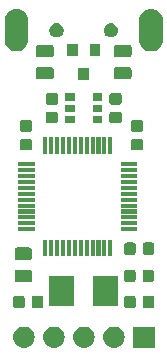
<source format=gbr>
G04 #@! TF.GenerationSoftware,KiCad,Pcbnew,5.0.2+dfsg1-1*
G04 #@! TF.CreationDate,2019-10-16T13:50:26+03:00*
G04 #@! TF.ProjectId,PocketAdmin,506f636b-6574-4416-946d-696e2e6b6963,1.2*
G04 #@! TF.SameCoordinates,PX7bfa480PY42c1d80*
G04 #@! TF.FileFunction,Soldermask,Bot*
G04 #@! TF.FilePolarity,Negative*
%FSLAX46Y46*%
G04 Gerber Fmt 4.6, Leading zero omitted, Abs format (unit mm)*
G04 Created by KiCad (PCBNEW 5.0.2+dfsg1-1) date Wed 16 Oct 2019 01:50:26 PM MSK*
%MOMM*%
%LPD*%
G01*
G04 APERTURE LIST*
%ADD10C,0.100000*%
G04 APERTURE END LIST*
D10*
G36*
X13500000Y-30000000D02*
X11700000Y-30000000D01*
X11700000Y-28200000D01*
X13500000Y-28200000D01*
X13500000Y-30000000D01*
X13500000Y-30000000D01*
G37*
G36*
X10236430Y-28213022D02*
X10406084Y-28264486D01*
X10562428Y-28348054D01*
X10699475Y-28460525D01*
X10811946Y-28597572D01*
X10895514Y-28753916D01*
X10946978Y-28923570D01*
X10964354Y-29100000D01*
X10946978Y-29276430D01*
X10895514Y-29446084D01*
X10811946Y-29602428D01*
X10699475Y-29739475D01*
X10562428Y-29851946D01*
X10406084Y-29935514D01*
X10236430Y-29986978D01*
X10104211Y-30000000D01*
X10015789Y-30000000D01*
X9883570Y-29986978D01*
X9713916Y-29935514D01*
X9557572Y-29851946D01*
X9420525Y-29739475D01*
X9308054Y-29602428D01*
X9224486Y-29446084D01*
X9173022Y-29276430D01*
X9155646Y-29100000D01*
X9173022Y-28923570D01*
X9224486Y-28753916D01*
X9308054Y-28597572D01*
X9420525Y-28460525D01*
X9557572Y-28348054D01*
X9713916Y-28264486D01*
X9883570Y-28213022D01*
X10015789Y-28200000D01*
X10104211Y-28200000D01*
X10236430Y-28213022D01*
X10236430Y-28213022D01*
G37*
G36*
X2616430Y-28213022D02*
X2786084Y-28264486D01*
X2942428Y-28348054D01*
X3079475Y-28460525D01*
X3191946Y-28597572D01*
X3275514Y-28753916D01*
X3326978Y-28923570D01*
X3344354Y-29100000D01*
X3326978Y-29276430D01*
X3275514Y-29446084D01*
X3191946Y-29602428D01*
X3079475Y-29739475D01*
X2942428Y-29851946D01*
X2786084Y-29935514D01*
X2616430Y-29986978D01*
X2484211Y-30000000D01*
X2395789Y-30000000D01*
X2263570Y-29986978D01*
X2093916Y-29935514D01*
X1937572Y-29851946D01*
X1800525Y-29739475D01*
X1688054Y-29602428D01*
X1604486Y-29446084D01*
X1553022Y-29276430D01*
X1535646Y-29100000D01*
X1553022Y-28923570D01*
X1604486Y-28753916D01*
X1688054Y-28597572D01*
X1800525Y-28460525D01*
X1937572Y-28348054D01*
X2093916Y-28264486D01*
X2263570Y-28213022D01*
X2395789Y-28200000D01*
X2484211Y-28200000D01*
X2616430Y-28213022D01*
X2616430Y-28213022D01*
G37*
G36*
X7696430Y-28213022D02*
X7866084Y-28264486D01*
X8022428Y-28348054D01*
X8159475Y-28460525D01*
X8271946Y-28597572D01*
X8355514Y-28753916D01*
X8406978Y-28923570D01*
X8424354Y-29100000D01*
X8406978Y-29276430D01*
X8355514Y-29446084D01*
X8271946Y-29602428D01*
X8159475Y-29739475D01*
X8022428Y-29851946D01*
X7866084Y-29935514D01*
X7696430Y-29986978D01*
X7564211Y-30000000D01*
X7475789Y-30000000D01*
X7343570Y-29986978D01*
X7173916Y-29935514D01*
X7017572Y-29851946D01*
X6880525Y-29739475D01*
X6768054Y-29602428D01*
X6684486Y-29446084D01*
X6633022Y-29276430D01*
X6615646Y-29100000D01*
X6633022Y-28923570D01*
X6684486Y-28753916D01*
X6768054Y-28597572D01*
X6880525Y-28460525D01*
X7017572Y-28348054D01*
X7173916Y-28264486D01*
X7343570Y-28213022D01*
X7475789Y-28200000D01*
X7564211Y-28200000D01*
X7696430Y-28213022D01*
X7696430Y-28213022D01*
G37*
G36*
X5156430Y-28213022D02*
X5326084Y-28264486D01*
X5482428Y-28348054D01*
X5619475Y-28460525D01*
X5731946Y-28597572D01*
X5815514Y-28753916D01*
X5866978Y-28923570D01*
X5884354Y-29100000D01*
X5866978Y-29276430D01*
X5815514Y-29446084D01*
X5731946Y-29602428D01*
X5619475Y-29739475D01*
X5482428Y-29851946D01*
X5326084Y-29935514D01*
X5156430Y-29986978D01*
X5024211Y-30000000D01*
X4935789Y-30000000D01*
X4803570Y-29986978D01*
X4633916Y-29935514D01*
X4477572Y-29851946D01*
X4340525Y-29739475D01*
X4228054Y-29602428D01*
X4144486Y-29446084D01*
X4093022Y-29276430D01*
X4075646Y-29100000D01*
X4093022Y-28923570D01*
X4144486Y-28753916D01*
X4228054Y-28597572D01*
X4340525Y-28460525D01*
X4477572Y-28348054D01*
X4633916Y-28264486D01*
X4803570Y-28213022D01*
X4935789Y-28200000D01*
X5024211Y-28200000D01*
X5156430Y-28213022D01*
X5156430Y-28213022D01*
G37*
G36*
X2331908Y-25579343D02*
X2371004Y-25591203D01*
X2407040Y-25610465D01*
X2438619Y-25636381D01*
X2464535Y-25667960D01*
X2483797Y-25703996D01*
X2495657Y-25743092D01*
X2500000Y-25787189D01*
X2500000Y-26412811D01*
X2495657Y-26456908D01*
X2483797Y-26496004D01*
X2464535Y-26532040D01*
X2438619Y-26563619D01*
X2407040Y-26589535D01*
X2371004Y-26608797D01*
X2331908Y-26620657D01*
X2287811Y-26625000D01*
X1737189Y-26625000D01*
X1693092Y-26620657D01*
X1653996Y-26608797D01*
X1617960Y-26589535D01*
X1586381Y-26563619D01*
X1560465Y-26532040D01*
X1541203Y-26496004D01*
X1529343Y-26456908D01*
X1525000Y-26412811D01*
X1525000Y-25787189D01*
X1529343Y-25743092D01*
X1541203Y-25703996D01*
X1560465Y-25667960D01*
X1586381Y-25636381D01*
X1617960Y-25610465D01*
X1653996Y-25591203D01*
X1693092Y-25579343D01*
X1737189Y-25575000D01*
X2287811Y-25575000D01*
X2331908Y-25579343D01*
X2331908Y-25579343D01*
G37*
G36*
X13306908Y-25579343D02*
X13346004Y-25591203D01*
X13382040Y-25610465D01*
X13413619Y-25636381D01*
X13439535Y-25667960D01*
X13458797Y-25703996D01*
X13470657Y-25743092D01*
X13475000Y-25787189D01*
X13475000Y-26412811D01*
X13470657Y-26456908D01*
X13458797Y-26496004D01*
X13439535Y-26532040D01*
X13413619Y-26563619D01*
X13382040Y-26589535D01*
X13346004Y-26608797D01*
X13306908Y-26620657D01*
X13262811Y-26625000D01*
X12712189Y-26625000D01*
X12668092Y-26620657D01*
X12628996Y-26608797D01*
X12592960Y-26589535D01*
X12561381Y-26563619D01*
X12535465Y-26532040D01*
X12516203Y-26496004D01*
X12504343Y-26456908D01*
X12500000Y-26412811D01*
X12500000Y-25787189D01*
X12504343Y-25743092D01*
X12516203Y-25703996D01*
X12535465Y-25667960D01*
X12561381Y-25636381D01*
X12592960Y-25610465D01*
X12628996Y-25591203D01*
X12668092Y-25579343D01*
X12712189Y-25575000D01*
X13262811Y-25575000D01*
X13306908Y-25579343D01*
X13306908Y-25579343D01*
G37*
G36*
X11731908Y-25579343D02*
X11771004Y-25591203D01*
X11807040Y-25610465D01*
X11838619Y-25636381D01*
X11864535Y-25667960D01*
X11883797Y-25703996D01*
X11895657Y-25743092D01*
X11900000Y-25787189D01*
X11900000Y-26412811D01*
X11895657Y-26456908D01*
X11883797Y-26496004D01*
X11864535Y-26532040D01*
X11838619Y-26563619D01*
X11807040Y-26589535D01*
X11771004Y-26608797D01*
X11731908Y-26620657D01*
X11687811Y-26625000D01*
X11137189Y-26625000D01*
X11093092Y-26620657D01*
X11053996Y-26608797D01*
X11017960Y-26589535D01*
X10986381Y-26563619D01*
X10960465Y-26532040D01*
X10941203Y-26496004D01*
X10929343Y-26456908D01*
X10925000Y-26412811D01*
X10925000Y-25787189D01*
X10929343Y-25743092D01*
X10941203Y-25703996D01*
X10960465Y-25667960D01*
X10986381Y-25636381D01*
X11017960Y-25610465D01*
X11053996Y-25591203D01*
X11093092Y-25579343D01*
X11137189Y-25575000D01*
X11687811Y-25575000D01*
X11731908Y-25579343D01*
X11731908Y-25579343D01*
G37*
G36*
X3906908Y-25579343D02*
X3946004Y-25591203D01*
X3982040Y-25610465D01*
X4013619Y-25636381D01*
X4039535Y-25667960D01*
X4058797Y-25703996D01*
X4070657Y-25743092D01*
X4075000Y-25787189D01*
X4075000Y-26412811D01*
X4070657Y-26456908D01*
X4058797Y-26496004D01*
X4039535Y-26532040D01*
X4013619Y-26563619D01*
X3982040Y-26589535D01*
X3946004Y-26608797D01*
X3906908Y-26620657D01*
X3862811Y-26625000D01*
X3312189Y-26625000D01*
X3268092Y-26620657D01*
X3228996Y-26608797D01*
X3192960Y-26589535D01*
X3161381Y-26563619D01*
X3135465Y-26532040D01*
X3116203Y-26496004D01*
X3104343Y-26456908D01*
X3100000Y-26412811D01*
X3100000Y-25787189D01*
X3104343Y-25743092D01*
X3116203Y-25703996D01*
X3135465Y-25667960D01*
X3161381Y-25636381D01*
X3192960Y-25610465D01*
X3228996Y-25591203D01*
X3268092Y-25579343D01*
X3312189Y-25575000D01*
X3862811Y-25575000D01*
X3906908Y-25579343D01*
X3906908Y-25579343D01*
G37*
G36*
X6700000Y-26450000D02*
X4600000Y-26450000D01*
X4600000Y-23950000D01*
X6700000Y-23950000D01*
X6700000Y-26450000D01*
X6700000Y-26450000D01*
G37*
G36*
X10400000Y-26450000D02*
X8300000Y-26450000D01*
X8300000Y-23950000D01*
X10400000Y-23950000D01*
X10400000Y-26450000D01*
X10400000Y-26450000D01*
G37*
G36*
X2951789Y-23377324D02*
X2995570Y-23390605D01*
X3035927Y-23412176D01*
X3071297Y-23441203D01*
X3100324Y-23476573D01*
X3121895Y-23516930D01*
X3135176Y-23560711D01*
X3140000Y-23609689D01*
X3140000Y-24210311D01*
X3135176Y-24259289D01*
X3121895Y-24303070D01*
X3100324Y-24343427D01*
X3071297Y-24378797D01*
X3035927Y-24407824D01*
X2995570Y-24429395D01*
X2951789Y-24442676D01*
X2902811Y-24447500D01*
X1877189Y-24447500D01*
X1828211Y-24442676D01*
X1784430Y-24429395D01*
X1744073Y-24407824D01*
X1708703Y-24378797D01*
X1679676Y-24343427D01*
X1658105Y-24303070D01*
X1644824Y-24259289D01*
X1640000Y-24210311D01*
X1640000Y-23609689D01*
X1644824Y-23560711D01*
X1658105Y-23516930D01*
X1679676Y-23476573D01*
X1708703Y-23441203D01*
X1744073Y-23412176D01*
X1784430Y-23390605D01*
X1828211Y-23377324D01*
X1877189Y-23372500D01*
X2902811Y-23372500D01*
X2951789Y-23377324D01*
X2951789Y-23377324D01*
G37*
G36*
X13294408Y-23379343D02*
X13333504Y-23391203D01*
X13369540Y-23410465D01*
X13401119Y-23436381D01*
X13427035Y-23467960D01*
X13446297Y-23503996D01*
X13458157Y-23543092D01*
X13462500Y-23587189D01*
X13462500Y-24212811D01*
X13458157Y-24256908D01*
X13446297Y-24296004D01*
X13427035Y-24332040D01*
X13401119Y-24363619D01*
X13369540Y-24389535D01*
X13333504Y-24408797D01*
X13294408Y-24420657D01*
X13250311Y-24425000D01*
X12699689Y-24425000D01*
X12655592Y-24420657D01*
X12616496Y-24408797D01*
X12580460Y-24389535D01*
X12548881Y-24363619D01*
X12522965Y-24332040D01*
X12503703Y-24296004D01*
X12491843Y-24256908D01*
X12487500Y-24212811D01*
X12487500Y-23587189D01*
X12491843Y-23543092D01*
X12503703Y-23503996D01*
X12522965Y-23467960D01*
X12548881Y-23436381D01*
X12580460Y-23410465D01*
X12616496Y-23391203D01*
X12655592Y-23379343D01*
X12699689Y-23375000D01*
X13250311Y-23375000D01*
X13294408Y-23379343D01*
X13294408Y-23379343D01*
G37*
G36*
X11719408Y-23379343D02*
X11758504Y-23391203D01*
X11794540Y-23410465D01*
X11826119Y-23436381D01*
X11852035Y-23467960D01*
X11871297Y-23503996D01*
X11883157Y-23543092D01*
X11887500Y-23587189D01*
X11887500Y-24212811D01*
X11883157Y-24256908D01*
X11871297Y-24296004D01*
X11852035Y-24332040D01*
X11826119Y-24363619D01*
X11794540Y-24389535D01*
X11758504Y-24408797D01*
X11719408Y-24420657D01*
X11675311Y-24425000D01*
X11124689Y-24425000D01*
X11080592Y-24420657D01*
X11041496Y-24408797D01*
X11005460Y-24389535D01*
X10973881Y-24363619D01*
X10947965Y-24332040D01*
X10928703Y-24296004D01*
X10916843Y-24256908D01*
X10912500Y-24212811D01*
X10912500Y-23587189D01*
X10916843Y-23543092D01*
X10928703Y-23503996D01*
X10947965Y-23467960D01*
X10973881Y-23436381D01*
X11005460Y-23410465D01*
X11041496Y-23391203D01*
X11080592Y-23379343D01*
X11124689Y-23375000D01*
X11675311Y-23375000D01*
X11719408Y-23379343D01*
X11719408Y-23379343D01*
G37*
G36*
X2951789Y-21502324D02*
X2995570Y-21515605D01*
X3035927Y-21537176D01*
X3071297Y-21566203D01*
X3100324Y-21601573D01*
X3121895Y-21641930D01*
X3135176Y-21685711D01*
X3140000Y-21734689D01*
X3140000Y-22335311D01*
X3135176Y-22384289D01*
X3121895Y-22428070D01*
X3100324Y-22468427D01*
X3071297Y-22503797D01*
X3035927Y-22532824D01*
X2995570Y-22554395D01*
X2951789Y-22567676D01*
X2902811Y-22572500D01*
X1877189Y-22572500D01*
X1828211Y-22567676D01*
X1784430Y-22554395D01*
X1744073Y-22532824D01*
X1708703Y-22503797D01*
X1679676Y-22468427D01*
X1658105Y-22428070D01*
X1644824Y-22384289D01*
X1640000Y-22335311D01*
X1640000Y-21734689D01*
X1644824Y-21685711D01*
X1658105Y-21641930D01*
X1679676Y-21601573D01*
X1708703Y-21566203D01*
X1744073Y-21537176D01*
X1784430Y-21515605D01*
X1828211Y-21502324D01*
X1877189Y-21497500D01*
X2902811Y-21497500D01*
X2951789Y-21502324D01*
X2951789Y-21502324D01*
G37*
G36*
X7925000Y-22250000D02*
X7575000Y-22250000D01*
X7575000Y-20850000D01*
X7925000Y-20850000D01*
X7925000Y-22250000D01*
X7925000Y-22250000D01*
G37*
G36*
X8425000Y-22250000D02*
X8075000Y-22250000D01*
X8075000Y-20850000D01*
X8425000Y-20850000D01*
X8425000Y-22250000D01*
X8425000Y-22250000D01*
G37*
G36*
X8925000Y-22250000D02*
X8575000Y-22250000D01*
X8575000Y-20850000D01*
X8925000Y-20850000D01*
X8925000Y-22250000D01*
X8925000Y-22250000D01*
G37*
G36*
X9425000Y-22250000D02*
X9075000Y-22250000D01*
X9075000Y-20850000D01*
X9425000Y-20850000D01*
X9425000Y-22250000D01*
X9425000Y-22250000D01*
G37*
G36*
X9925000Y-22250000D02*
X9575000Y-22250000D01*
X9575000Y-20850000D01*
X9925000Y-20850000D01*
X9925000Y-22250000D01*
X9925000Y-22250000D01*
G37*
G36*
X6925000Y-22250000D02*
X6575000Y-22250000D01*
X6575000Y-20850000D01*
X6925000Y-20850000D01*
X6925000Y-22250000D01*
X6925000Y-22250000D01*
G37*
G36*
X5925000Y-22250000D02*
X5575000Y-22250000D01*
X5575000Y-20850000D01*
X5925000Y-20850000D01*
X5925000Y-22250000D01*
X5925000Y-22250000D01*
G37*
G36*
X5425000Y-22250000D02*
X5075000Y-22250000D01*
X5075000Y-20850000D01*
X5425000Y-20850000D01*
X5425000Y-22250000D01*
X5425000Y-22250000D01*
G37*
G36*
X4925000Y-22250000D02*
X4575000Y-22250000D01*
X4575000Y-20850000D01*
X4925000Y-20850000D01*
X4925000Y-22250000D01*
X4925000Y-22250000D01*
G37*
G36*
X7425000Y-22250000D02*
X7075000Y-22250000D01*
X7075000Y-20850000D01*
X7425000Y-20850000D01*
X7425000Y-22250000D01*
X7425000Y-22250000D01*
G37*
G36*
X4425000Y-22250000D02*
X4075000Y-22250000D01*
X4075000Y-20850000D01*
X4425000Y-20850000D01*
X4425000Y-22250000D01*
X4425000Y-22250000D01*
G37*
G36*
X6425000Y-22250000D02*
X6075000Y-22250000D01*
X6075000Y-20850000D01*
X6425000Y-20850000D01*
X6425000Y-22250000D01*
X6425000Y-22250000D01*
G37*
G36*
X13306908Y-21079343D02*
X13346004Y-21091203D01*
X13382040Y-21110465D01*
X13413619Y-21136381D01*
X13439535Y-21167960D01*
X13458797Y-21203996D01*
X13470657Y-21243092D01*
X13475000Y-21287189D01*
X13475000Y-21912811D01*
X13470657Y-21956908D01*
X13458797Y-21996004D01*
X13439535Y-22032040D01*
X13413619Y-22063619D01*
X13382040Y-22089535D01*
X13346004Y-22108797D01*
X13306908Y-22120657D01*
X13262811Y-22125000D01*
X12712189Y-22125000D01*
X12668092Y-22120657D01*
X12628996Y-22108797D01*
X12592960Y-22089535D01*
X12561381Y-22063619D01*
X12535465Y-22032040D01*
X12516203Y-21996004D01*
X12504343Y-21956908D01*
X12500000Y-21912811D01*
X12500000Y-21287189D01*
X12504343Y-21243092D01*
X12516203Y-21203996D01*
X12535465Y-21167960D01*
X12561381Y-21136381D01*
X12592960Y-21110465D01*
X12628996Y-21091203D01*
X12668092Y-21079343D01*
X12712189Y-21075000D01*
X13262811Y-21075000D01*
X13306908Y-21079343D01*
X13306908Y-21079343D01*
G37*
G36*
X11731908Y-21079343D02*
X11771004Y-21091203D01*
X11807040Y-21110465D01*
X11838619Y-21136381D01*
X11864535Y-21167960D01*
X11883797Y-21203996D01*
X11895657Y-21243092D01*
X11900000Y-21287189D01*
X11900000Y-21912811D01*
X11895657Y-21956908D01*
X11883797Y-21996004D01*
X11864535Y-22032040D01*
X11838619Y-22063619D01*
X11807040Y-22089535D01*
X11771004Y-22108797D01*
X11731908Y-22120657D01*
X11687811Y-22125000D01*
X11137189Y-22125000D01*
X11093092Y-22120657D01*
X11053996Y-22108797D01*
X11017960Y-22089535D01*
X10986381Y-22063619D01*
X10960465Y-22032040D01*
X10941203Y-21996004D01*
X10929343Y-21956908D01*
X10925000Y-21912811D01*
X10925000Y-21287189D01*
X10929343Y-21243092D01*
X10941203Y-21203996D01*
X10960465Y-21167960D01*
X10986381Y-21136381D01*
X11017960Y-21110465D01*
X11053996Y-21091203D01*
X11093092Y-21079343D01*
X11137189Y-21075000D01*
X11687811Y-21075000D01*
X11731908Y-21079343D01*
X11731908Y-21079343D01*
G37*
G36*
X3350000Y-20125000D02*
X1950000Y-20125000D01*
X1950000Y-19775000D01*
X3350000Y-19775000D01*
X3350000Y-20125000D01*
X3350000Y-20125000D01*
G37*
G36*
X12050000Y-20125000D02*
X10650000Y-20125000D01*
X10650000Y-19775000D01*
X12050000Y-19775000D01*
X12050000Y-20125000D01*
X12050000Y-20125000D01*
G37*
G36*
X12050000Y-19625000D02*
X10650000Y-19625000D01*
X10650000Y-19275000D01*
X12050000Y-19275000D01*
X12050000Y-19625000D01*
X12050000Y-19625000D01*
G37*
G36*
X3350000Y-19625000D02*
X1950000Y-19625000D01*
X1950000Y-19275000D01*
X3350000Y-19275000D01*
X3350000Y-19625000D01*
X3350000Y-19625000D01*
G37*
G36*
X12050000Y-19125000D02*
X10650000Y-19125000D01*
X10650000Y-18775000D01*
X12050000Y-18775000D01*
X12050000Y-19125000D01*
X12050000Y-19125000D01*
G37*
G36*
X3350000Y-19125000D02*
X1950000Y-19125000D01*
X1950000Y-18775000D01*
X3350000Y-18775000D01*
X3350000Y-19125000D01*
X3350000Y-19125000D01*
G37*
G36*
X3350000Y-18625000D02*
X1950000Y-18625000D01*
X1950000Y-18275000D01*
X3350000Y-18275000D01*
X3350000Y-18625000D01*
X3350000Y-18625000D01*
G37*
G36*
X12050000Y-18625000D02*
X10650000Y-18625000D01*
X10650000Y-18275000D01*
X12050000Y-18275000D01*
X12050000Y-18625000D01*
X12050000Y-18625000D01*
G37*
G36*
X3350000Y-18125000D02*
X1950000Y-18125000D01*
X1950000Y-17775000D01*
X3350000Y-17775000D01*
X3350000Y-18125000D01*
X3350000Y-18125000D01*
G37*
G36*
X12050000Y-18125000D02*
X10650000Y-18125000D01*
X10650000Y-17775000D01*
X12050000Y-17775000D01*
X12050000Y-18125000D01*
X12050000Y-18125000D01*
G37*
G36*
X3350000Y-17625000D02*
X1950000Y-17625000D01*
X1950000Y-17275000D01*
X3350000Y-17275000D01*
X3350000Y-17625000D01*
X3350000Y-17625000D01*
G37*
G36*
X12050000Y-17625000D02*
X10650000Y-17625000D01*
X10650000Y-17275000D01*
X12050000Y-17275000D01*
X12050000Y-17625000D01*
X12050000Y-17625000D01*
G37*
G36*
X3350000Y-17125000D02*
X1950000Y-17125000D01*
X1950000Y-16775000D01*
X3350000Y-16775000D01*
X3350000Y-17125000D01*
X3350000Y-17125000D01*
G37*
G36*
X12050000Y-17125000D02*
X10650000Y-17125000D01*
X10650000Y-16775000D01*
X12050000Y-16775000D01*
X12050000Y-17125000D01*
X12050000Y-17125000D01*
G37*
G36*
X12050000Y-16625000D02*
X10650000Y-16625000D01*
X10650000Y-16275000D01*
X12050000Y-16275000D01*
X12050000Y-16625000D01*
X12050000Y-16625000D01*
G37*
G36*
X3350000Y-16625000D02*
X1950000Y-16625000D01*
X1950000Y-16275000D01*
X3350000Y-16275000D01*
X3350000Y-16625000D01*
X3350000Y-16625000D01*
G37*
G36*
X3350000Y-16125000D02*
X1950000Y-16125000D01*
X1950000Y-15775000D01*
X3350000Y-15775000D01*
X3350000Y-16125000D01*
X3350000Y-16125000D01*
G37*
G36*
X12050000Y-16125000D02*
X10650000Y-16125000D01*
X10650000Y-15775000D01*
X12050000Y-15775000D01*
X12050000Y-16125000D01*
X12050000Y-16125000D01*
G37*
G36*
X12050000Y-15625000D02*
X10650000Y-15625000D01*
X10650000Y-15275000D01*
X12050000Y-15275000D01*
X12050000Y-15625000D01*
X12050000Y-15625000D01*
G37*
G36*
X3350000Y-15625000D02*
X1950000Y-15625000D01*
X1950000Y-15275000D01*
X3350000Y-15275000D01*
X3350000Y-15625000D01*
X3350000Y-15625000D01*
G37*
G36*
X3350000Y-15125000D02*
X1950000Y-15125000D01*
X1950000Y-14775000D01*
X3350000Y-14775000D01*
X3350000Y-15125000D01*
X3350000Y-15125000D01*
G37*
G36*
X12050000Y-15125000D02*
X10650000Y-15125000D01*
X10650000Y-14775000D01*
X12050000Y-14775000D01*
X12050000Y-15125000D01*
X12050000Y-15125000D01*
G37*
G36*
X3350000Y-14625000D02*
X1950000Y-14625000D01*
X1950000Y-14275000D01*
X3350000Y-14275000D01*
X3350000Y-14625000D01*
X3350000Y-14625000D01*
G37*
G36*
X12050000Y-14625000D02*
X10650000Y-14625000D01*
X10650000Y-14275000D01*
X12050000Y-14275000D01*
X12050000Y-14625000D01*
X12050000Y-14625000D01*
G37*
G36*
X7425000Y-13550000D02*
X7075000Y-13550000D01*
X7075000Y-12150000D01*
X7425000Y-12150000D01*
X7425000Y-13550000D01*
X7425000Y-13550000D01*
G37*
G36*
X4425000Y-13550000D02*
X4075000Y-13550000D01*
X4075000Y-12150000D01*
X4425000Y-12150000D01*
X4425000Y-13550000D01*
X4425000Y-13550000D01*
G37*
G36*
X4925000Y-13550000D02*
X4575000Y-13550000D01*
X4575000Y-12150000D01*
X4925000Y-12150000D01*
X4925000Y-13550000D01*
X4925000Y-13550000D01*
G37*
G36*
X5425000Y-13550000D02*
X5075000Y-13550000D01*
X5075000Y-12150000D01*
X5425000Y-12150000D01*
X5425000Y-13550000D01*
X5425000Y-13550000D01*
G37*
G36*
X5925000Y-13550000D02*
X5575000Y-13550000D01*
X5575000Y-12150000D01*
X5925000Y-12150000D01*
X5925000Y-13550000D01*
X5925000Y-13550000D01*
G37*
G36*
X6425000Y-13550000D02*
X6075000Y-13550000D01*
X6075000Y-12150000D01*
X6425000Y-12150000D01*
X6425000Y-13550000D01*
X6425000Y-13550000D01*
G37*
G36*
X6925000Y-13550000D02*
X6575000Y-13550000D01*
X6575000Y-12150000D01*
X6925000Y-12150000D01*
X6925000Y-13550000D01*
X6925000Y-13550000D01*
G37*
G36*
X7925000Y-13550000D02*
X7575000Y-13550000D01*
X7575000Y-12150000D01*
X7925000Y-12150000D01*
X7925000Y-13550000D01*
X7925000Y-13550000D01*
G37*
G36*
X8425000Y-13550000D02*
X8075000Y-13550000D01*
X8075000Y-12150000D01*
X8425000Y-12150000D01*
X8425000Y-13550000D01*
X8425000Y-13550000D01*
G37*
G36*
X9425000Y-13550000D02*
X9075000Y-13550000D01*
X9075000Y-12150000D01*
X9425000Y-12150000D01*
X9425000Y-13550000D01*
X9425000Y-13550000D01*
G37*
G36*
X9925000Y-13550000D02*
X9575000Y-13550000D01*
X9575000Y-12150000D01*
X9925000Y-12150000D01*
X9925000Y-13550000D01*
X9925000Y-13550000D01*
G37*
G36*
X8925000Y-13550000D02*
X8575000Y-13550000D01*
X8575000Y-12150000D01*
X8925000Y-12150000D01*
X8925000Y-13550000D01*
X8925000Y-13550000D01*
G37*
G36*
X12356908Y-12304343D02*
X12396004Y-12316203D01*
X12432040Y-12335465D01*
X12463619Y-12361381D01*
X12489535Y-12392960D01*
X12508797Y-12428996D01*
X12520657Y-12468092D01*
X12525000Y-12512189D01*
X12525000Y-13062811D01*
X12520657Y-13106908D01*
X12508797Y-13146004D01*
X12489535Y-13182040D01*
X12463619Y-13213619D01*
X12432040Y-13239535D01*
X12396004Y-13258797D01*
X12356908Y-13270657D01*
X12312811Y-13275000D01*
X11687189Y-13275000D01*
X11643092Y-13270657D01*
X11603996Y-13258797D01*
X11567960Y-13239535D01*
X11536381Y-13213619D01*
X11510465Y-13182040D01*
X11491203Y-13146004D01*
X11479343Y-13106908D01*
X11475000Y-13062811D01*
X11475000Y-12512189D01*
X11479343Y-12468092D01*
X11491203Y-12428996D01*
X11510465Y-12392960D01*
X11536381Y-12361381D01*
X11567960Y-12335465D01*
X11603996Y-12316203D01*
X11643092Y-12304343D01*
X11687189Y-12300000D01*
X12312811Y-12300000D01*
X12356908Y-12304343D01*
X12356908Y-12304343D01*
G37*
G36*
X2956908Y-12304343D02*
X2996004Y-12316203D01*
X3032040Y-12335465D01*
X3063619Y-12361381D01*
X3089535Y-12392960D01*
X3108797Y-12428996D01*
X3120657Y-12468092D01*
X3125000Y-12512189D01*
X3125000Y-13062811D01*
X3120657Y-13106908D01*
X3108797Y-13146004D01*
X3089535Y-13182040D01*
X3063619Y-13213619D01*
X3032040Y-13239535D01*
X2996004Y-13258797D01*
X2956908Y-13270657D01*
X2912811Y-13275000D01*
X2287189Y-13275000D01*
X2243092Y-13270657D01*
X2203996Y-13258797D01*
X2167960Y-13239535D01*
X2136381Y-13213619D01*
X2110465Y-13182040D01*
X2091203Y-13146004D01*
X2079343Y-13106908D01*
X2075000Y-13062811D01*
X2075000Y-12512189D01*
X2079343Y-12468092D01*
X2091203Y-12428996D01*
X2110465Y-12392960D01*
X2136381Y-12361381D01*
X2167960Y-12335465D01*
X2203996Y-12316203D01*
X2243092Y-12304343D01*
X2287189Y-12300000D01*
X2912811Y-12300000D01*
X2956908Y-12304343D01*
X2956908Y-12304343D01*
G37*
G36*
X12356908Y-10729343D02*
X12396004Y-10741203D01*
X12432040Y-10760465D01*
X12463619Y-10786381D01*
X12489535Y-10817960D01*
X12508797Y-10853996D01*
X12520657Y-10893092D01*
X12525000Y-10937189D01*
X12525000Y-11487811D01*
X12520657Y-11531908D01*
X12508797Y-11571004D01*
X12489535Y-11607040D01*
X12463619Y-11638619D01*
X12432040Y-11664535D01*
X12396004Y-11683797D01*
X12356908Y-11695657D01*
X12312811Y-11700000D01*
X11687189Y-11700000D01*
X11643092Y-11695657D01*
X11603996Y-11683797D01*
X11567960Y-11664535D01*
X11536381Y-11638619D01*
X11510465Y-11607040D01*
X11491203Y-11571004D01*
X11479343Y-11531908D01*
X11475000Y-11487811D01*
X11475000Y-10937189D01*
X11479343Y-10893092D01*
X11491203Y-10853996D01*
X11510465Y-10817960D01*
X11536381Y-10786381D01*
X11567960Y-10760465D01*
X11603996Y-10741203D01*
X11643092Y-10729343D01*
X11687189Y-10725000D01*
X12312811Y-10725000D01*
X12356908Y-10729343D01*
X12356908Y-10729343D01*
G37*
G36*
X2956908Y-10729343D02*
X2996004Y-10741203D01*
X3032040Y-10760465D01*
X3063619Y-10786381D01*
X3089535Y-10817960D01*
X3108797Y-10853996D01*
X3120657Y-10893092D01*
X3125000Y-10937189D01*
X3125000Y-11487811D01*
X3120657Y-11531908D01*
X3108797Y-11571004D01*
X3089535Y-11607040D01*
X3063619Y-11638619D01*
X3032040Y-11664535D01*
X2996004Y-11683797D01*
X2956908Y-11695657D01*
X2912811Y-11700000D01*
X2287189Y-11700000D01*
X2243092Y-11695657D01*
X2203996Y-11683797D01*
X2167960Y-11664535D01*
X2136381Y-11638619D01*
X2110465Y-11607040D01*
X2091203Y-11571004D01*
X2079343Y-11531908D01*
X2075000Y-11487811D01*
X2075000Y-10937189D01*
X2079343Y-10893092D01*
X2091203Y-10853996D01*
X2110465Y-10817960D01*
X2136381Y-10786381D01*
X2167960Y-10760465D01*
X2203996Y-10741203D01*
X2243092Y-10729343D01*
X2287189Y-10725000D01*
X2912811Y-10725000D01*
X2956908Y-10729343D01*
X2956908Y-10729343D01*
G37*
G36*
X5156908Y-10004343D02*
X5196004Y-10016203D01*
X5232040Y-10035465D01*
X5263619Y-10061381D01*
X5289535Y-10092960D01*
X5308797Y-10128996D01*
X5320657Y-10168092D01*
X5325000Y-10212189D01*
X5325000Y-10762811D01*
X5320657Y-10806908D01*
X5308797Y-10846004D01*
X5289535Y-10882040D01*
X5263619Y-10913619D01*
X5232040Y-10939535D01*
X5196004Y-10958797D01*
X5156908Y-10970657D01*
X5112811Y-10975000D01*
X4487189Y-10975000D01*
X4443092Y-10970657D01*
X4403996Y-10958797D01*
X4367960Y-10939535D01*
X4336381Y-10913619D01*
X4310465Y-10882040D01*
X4291203Y-10846004D01*
X4279343Y-10806908D01*
X4275000Y-10762811D01*
X4275000Y-10212189D01*
X4279343Y-10168092D01*
X4291203Y-10128996D01*
X4310465Y-10092960D01*
X4336381Y-10061381D01*
X4367960Y-10035465D01*
X4403996Y-10016203D01*
X4443092Y-10004343D01*
X4487189Y-10000000D01*
X5112811Y-10000000D01*
X5156908Y-10004343D01*
X5156908Y-10004343D01*
G37*
G36*
X10556908Y-10004343D02*
X10596004Y-10016203D01*
X10632040Y-10035465D01*
X10663619Y-10061381D01*
X10689535Y-10092960D01*
X10708797Y-10128996D01*
X10720657Y-10168092D01*
X10725000Y-10212189D01*
X10725000Y-10762811D01*
X10720657Y-10806908D01*
X10708797Y-10846004D01*
X10689535Y-10882040D01*
X10663619Y-10913619D01*
X10632040Y-10939535D01*
X10596004Y-10958797D01*
X10556908Y-10970657D01*
X10512811Y-10975000D01*
X9887189Y-10975000D01*
X9843092Y-10970657D01*
X9803996Y-10958797D01*
X9767960Y-10939535D01*
X9736381Y-10913619D01*
X9710465Y-10882040D01*
X9691203Y-10846004D01*
X9679343Y-10806908D01*
X9675000Y-10762811D01*
X9675000Y-10212189D01*
X9679343Y-10168092D01*
X9691203Y-10128996D01*
X9710465Y-10092960D01*
X9736381Y-10061381D01*
X9767960Y-10035465D01*
X9803996Y-10016203D01*
X9843092Y-10004343D01*
X9887189Y-10000000D01*
X10512811Y-10000000D01*
X10556908Y-10004343D01*
X10556908Y-10004343D01*
G37*
G36*
X9060000Y-10955000D02*
X8260000Y-10955000D01*
X8260000Y-10345000D01*
X9060000Y-10345000D01*
X9060000Y-10955000D01*
X9060000Y-10955000D01*
G37*
G36*
X6740000Y-10955000D02*
X5940000Y-10955000D01*
X5940000Y-10345000D01*
X6740000Y-10345000D01*
X6740000Y-10955000D01*
X6740000Y-10955000D01*
G37*
G36*
X9060000Y-10005000D02*
X8260000Y-10005000D01*
X8260000Y-9395000D01*
X9060000Y-9395000D01*
X9060000Y-10005000D01*
X9060000Y-10005000D01*
G37*
G36*
X6740000Y-10005000D02*
X5940000Y-10005000D01*
X5940000Y-9395000D01*
X6740000Y-9395000D01*
X6740000Y-10005000D01*
X6740000Y-10005000D01*
G37*
G36*
X5156908Y-8429343D02*
X5196004Y-8441203D01*
X5232040Y-8460465D01*
X5263619Y-8486381D01*
X5289535Y-8517960D01*
X5308797Y-8553996D01*
X5320657Y-8593092D01*
X5325000Y-8637189D01*
X5325000Y-9187811D01*
X5320657Y-9231908D01*
X5308797Y-9271004D01*
X5289535Y-9307040D01*
X5263619Y-9338619D01*
X5232040Y-9364535D01*
X5196004Y-9383797D01*
X5156908Y-9395657D01*
X5112811Y-9400000D01*
X4487189Y-9400000D01*
X4443092Y-9395657D01*
X4403996Y-9383797D01*
X4367960Y-9364535D01*
X4336381Y-9338619D01*
X4310465Y-9307040D01*
X4291203Y-9271004D01*
X4279343Y-9231908D01*
X4275000Y-9187811D01*
X4275000Y-8637189D01*
X4279343Y-8593092D01*
X4291203Y-8553996D01*
X4310465Y-8517960D01*
X4336381Y-8486381D01*
X4367960Y-8460465D01*
X4403996Y-8441203D01*
X4443092Y-8429343D01*
X4487189Y-8425000D01*
X5112811Y-8425000D01*
X5156908Y-8429343D01*
X5156908Y-8429343D01*
G37*
G36*
X10556908Y-8429343D02*
X10596004Y-8441203D01*
X10632040Y-8460465D01*
X10663619Y-8486381D01*
X10689535Y-8517960D01*
X10708797Y-8553996D01*
X10720657Y-8593092D01*
X10725000Y-8637189D01*
X10725000Y-9187811D01*
X10720657Y-9231908D01*
X10708797Y-9271004D01*
X10689535Y-9307040D01*
X10663619Y-9338619D01*
X10632040Y-9364535D01*
X10596004Y-9383797D01*
X10556908Y-9395657D01*
X10512811Y-9400000D01*
X9887189Y-9400000D01*
X9843092Y-9395657D01*
X9803996Y-9383797D01*
X9767960Y-9364535D01*
X9736381Y-9338619D01*
X9710465Y-9307040D01*
X9691203Y-9271004D01*
X9679343Y-9231908D01*
X9675000Y-9187811D01*
X9675000Y-8637189D01*
X9679343Y-8593092D01*
X9691203Y-8553996D01*
X9710465Y-8517960D01*
X9736381Y-8486381D01*
X9767960Y-8460465D01*
X9803996Y-8441203D01*
X9843092Y-8429343D01*
X9887189Y-8425000D01*
X10512811Y-8425000D01*
X10556908Y-8429343D01*
X10556908Y-8429343D01*
G37*
G36*
X9060000Y-9055000D02*
X8260000Y-9055000D01*
X8260000Y-8445000D01*
X9060000Y-8445000D01*
X9060000Y-9055000D01*
X9060000Y-9055000D01*
G37*
G36*
X6740000Y-9055000D02*
X5940000Y-9055000D01*
X5940000Y-8445000D01*
X6740000Y-8445000D01*
X6740000Y-9055000D01*
X6740000Y-9055000D01*
G37*
G36*
X7950000Y-7300000D02*
X7050000Y-7300000D01*
X7050000Y-6300000D01*
X7950000Y-6300000D01*
X7950000Y-7300000D01*
X7950000Y-7300000D01*
G37*
G36*
X4761789Y-6204824D02*
X4805570Y-6218105D01*
X4845927Y-6239676D01*
X4881297Y-6268703D01*
X4910324Y-6304073D01*
X4931895Y-6344430D01*
X4945176Y-6388211D01*
X4950000Y-6437189D01*
X4950000Y-7037811D01*
X4945176Y-7086789D01*
X4931895Y-7130570D01*
X4910324Y-7170927D01*
X4881297Y-7206297D01*
X4845927Y-7235324D01*
X4805570Y-7256895D01*
X4761789Y-7270176D01*
X4712811Y-7275000D01*
X3687189Y-7275000D01*
X3638211Y-7270176D01*
X3594430Y-7256895D01*
X3554073Y-7235324D01*
X3518703Y-7206297D01*
X3489676Y-7170927D01*
X3468105Y-7130570D01*
X3454824Y-7086789D01*
X3450000Y-7037811D01*
X3450000Y-6437189D01*
X3454824Y-6388211D01*
X3468105Y-6344430D01*
X3489676Y-6304073D01*
X3518703Y-6268703D01*
X3554073Y-6239676D01*
X3594430Y-6218105D01*
X3638211Y-6204824D01*
X3687189Y-6200000D01*
X4712811Y-6200000D01*
X4761789Y-6204824D01*
X4761789Y-6204824D01*
G37*
G36*
X11361789Y-6204824D02*
X11405570Y-6218105D01*
X11445927Y-6239676D01*
X11481297Y-6268703D01*
X11510324Y-6304073D01*
X11531895Y-6344430D01*
X11545176Y-6388211D01*
X11550000Y-6437189D01*
X11550000Y-7037811D01*
X11545176Y-7086789D01*
X11531895Y-7130570D01*
X11510324Y-7170927D01*
X11481297Y-7206297D01*
X11445927Y-7235324D01*
X11405570Y-7256895D01*
X11361789Y-7270176D01*
X11312811Y-7275000D01*
X10287189Y-7275000D01*
X10238211Y-7270176D01*
X10194430Y-7256895D01*
X10154073Y-7235324D01*
X10118703Y-7206297D01*
X10089676Y-7170927D01*
X10068105Y-7130570D01*
X10054824Y-7086789D01*
X10050000Y-7037811D01*
X10050000Y-6437189D01*
X10054824Y-6388211D01*
X10068105Y-6344430D01*
X10089676Y-6304073D01*
X10118703Y-6268703D01*
X10154073Y-6239676D01*
X10194430Y-6218105D01*
X10238211Y-6204824D01*
X10287189Y-6200000D01*
X11312811Y-6200000D01*
X11361789Y-6204824D01*
X11361789Y-6204824D01*
G37*
G36*
X11361789Y-4329824D02*
X11405570Y-4343105D01*
X11445927Y-4364676D01*
X11481297Y-4393703D01*
X11510324Y-4429073D01*
X11531895Y-4469430D01*
X11545176Y-4513211D01*
X11550000Y-4562189D01*
X11550000Y-5162811D01*
X11545176Y-5211789D01*
X11531895Y-5255570D01*
X11510324Y-5295927D01*
X11481297Y-5331297D01*
X11445927Y-5360324D01*
X11405570Y-5381895D01*
X11361789Y-5395176D01*
X11312811Y-5400000D01*
X10287189Y-5400000D01*
X10238211Y-5395176D01*
X10194430Y-5381895D01*
X10154073Y-5360324D01*
X10118703Y-5331297D01*
X10089676Y-5295927D01*
X10068105Y-5255570D01*
X10054824Y-5211789D01*
X10050000Y-5162811D01*
X10050000Y-4562189D01*
X10054824Y-4513211D01*
X10068105Y-4469430D01*
X10089676Y-4429073D01*
X10118703Y-4393703D01*
X10154073Y-4364676D01*
X10194430Y-4343105D01*
X10238211Y-4329824D01*
X10287189Y-4325000D01*
X11312811Y-4325000D01*
X11361789Y-4329824D01*
X11361789Y-4329824D01*
G37*
G36*
X4761789Y-4329824D02*
X4805570Y-4343105D01*
X4845927Y-4364676D01*
X4881297Y-4393703D01*
X4910324Y-4429073D01*
X4931895Y-4469430D01*
X4945176Y-4513211D01*
X4950000Y-4562189D01*
X4950000Y-5162811D01*
X4945176Y-5211789D01*
X4931895Y-5255570D01*
X4910324Y-5295927D01*
X4881297Y-5331297D01*
X4845927Y-5360324D01*
X4805570Y-5381895D01*
X4761789Y-5395176D01*
X4712811Y-5400000D01*
X3687189Y-5400000D01*
X3638211Y-5395176D01*
X3594430Y-5381895D01*
X3554073Y-5360324D01*
X3518703Y-5331297D01*
X3489676Y-5295927D01*
X3468105Y-5255570D01*
X3454824Y-5211789D01*
X3450000Y-5162811D01*
X3450000Y-4562189D01*
X3454824Y-4513211D01*
X3468105Y-4469430D01*
X3489676Y-4429073D01*
X3518703Y-4393703D01*
X3554073Y-4364676D01*
X3594430Y-4343105D01*
X3638211Y-4329824D01*
X3687189Y-4325000D01*
X4712811Y-4325000D01*
X4761789Y-4329824D01*
X4761789Y-4329824D01*
G37*
G36*
X7000000Y-5300000D02*
X6100000Y-5300000D01*
X6100000Y-4300000D01*
X7000000Y-4300000D01*
X7000000Y-5300000D01*
X7000000Y-5300000D01*
G37*
G36*
X8900000Y-5300000D02*
X8000000Y-5300000D01*
X8000000Y-4300000D01*
X8900000Y-4300000D01*
X8900000Y-5300000D01*
X8900000Y-5300000D01*
G37*
G36*
X13396033Y-1314469D02*
X13584532Y-1371650D01*
X13584534Y-1371651D01*
X13758258Y-1464508D01*
X13758259Y-1464509D01*
X13758261Y-1464510D01*
X13910528Y-1589472D01*
X14035493Y-1741743D01*
X14128349Y-1915463D01*
X14185531Y-2103966D01*
X14200000Y-2250875D01*
X14200000Y-3949125D01*
X14185531Y-4096034D01*
X14128349Y-4284537D01*
X14035493Y-4458257D01*
X13910528Y-4610528D01*
X13758257Y-4735493D01*
X13584537Y-4828349D01*
X13396034Y-4885531D01*
X13200000Y-4904838D01*
X13003967Y-4885531D01*
X12815464Y-4828349D01*
X12641744Y-4735493D01*
X12489473Y-4610528D01*
X12364508Y-4458257D01*
X12271652Y-4284537D01*
X12214469Y-4096034D01*
X12200000Y-3949125D01*
X12200000Y-2250876D01*
X12214469Y-2103967D01*
X12271650Y-1915468D01*
X12271653Y-1915463D01*
X12364508Y-1741742D01*
X12489472Y-1589472D01*
X12641743Y-1464507D01*
X12815463Y-1371651D01*
X13003966Y-1314469D01*
X13200000Y-1295162D01*
X13396033Y-1314469D01*
X13396033Y-1314469D01*
G37*
G36*
X1996033Y-1314469D02*
X2184532Y-1371650D01*
X2184534Y-1371651D01*
X2358258Y-1464508D01*
X2358259Y-1464509D01*
X2358261Y-1464510D01*
X2510528Y-1589472D01*
X2635493Y-1741743D01*
X2728349Y-1915463D01*
X2785531Y-2103966D01*
X2800000Y-2250875D01*
X2800000Y-3949125D01*
X2785531Y-4096034D01*
X2728349Y-4284537D01*
X2635493Y-4458257D01*
X2510528Y-4610528D01*
X2358257Y-4735493D01*
X2184537Y-4828349D01*
X1996034Y-4885531D01*
X1800000Y-4904838D01*
X1603967Y-4885531D01*
X1415464Y-4828349D01*
X1241744Y-4735493D01*
X1089473Y-4610528D01*
X964508Y-4458257D01*
X871652Y-4284537D01*
X814469Y-4096034D01*
X800000Y-3949125D01*
X800000Y-2250876D01*
X814469Y-2103967D01*
X871650Y-1915468D01*
X871653Y-1915463D01*
X964508Y-1741742D01*
X1089472Y-1589472D01*
X1241743Y-1464507D01*
X1415463Y-1371651D01*
X1603966Y-1314469D01*
X1800000Y-1295162D01*
X1996033Y-1314469D01*
X1996033Y-1314469D01*
G37*
G36*
X9975011Y-2523057D02*
X9975013Y-2523058D01*
X9975014Y-2523058D01*
X10084207Y-2568287D01*
X10084208Y-2568288D01*
X10182481Y-2633952D01*
X10266048Y-2717519D01*
X10266050Y-2717522D01*
X10331713Y-2815793D01*
X10376942Y-2924986D01*
X10400000Y-3040905D01*
X10400000Y-3159095D01*
X10376942Y-3275014D01*
X10331713Y-3384207D01*
X10331712Y-3384208D01*
X10266048Y-3482481D01*
X10182481Y-3566048D01*
X10182478Y-3566050D01*
X10084207Y-3631713D01*
X9975014Y-3676942D01*
X9975013Y-3676942D01*
X9975011Y-3676943D01*
X9859095Y-3700000D01*
X9740905Y-3700000D01*
X9624989Y-3676943D01*
X9624987Y-3676942D01*
X9624986Y-3676942D01*
X9515793Y-3631713D01*
X9417522Y-3566050D01*
X9417519Y-3566048D01*
X9333952Y-3482481D01*
X9268288Y-3384208D01*
X9268287Y-3384207D01*
X9223058Y-3275014D01*
X9200000Y-3159095D01*
X9200000Y-3040905D01*
X9223058Y-2924986D01*
X9268287Y-2815793D01*
X9333950Y-2717522D01*
X9333952Y-2717519D01*
X9417519Y-2633952D01*
X9515792Y-2568288D01*
X9515793Y-2568287D01*
X9624986Y-2523058D01*
X9624987Y-2523058D01*
X9624989Y-2523057D01*
X9740905Y-2500000D01*
X9859095Y-2500000D01*
X9975011Y-2523057D01*
X9975011Y-2523057D01*
G37*
G36*
X5375011Y-2523057D02*
X5375013Y-2523058D01*
X5375014Y-2523058D01*
X5484207Y-2568287D01*
X5484208Y-2568288D01*
X5582481Y-2633952D01*
X5666048Y-2717519D01*
X5666050Y-2717522D01*
X5731713Y-2815793D01*
X5776942Y-2924986D01*
X5800000Y-3040905D01*
X5800000Y-3159095D01*
X5776942Y-3275014D01*
X5731713Y-3384207D01*
X5731712Y-3384208D01*
X5666048Y-3482481D01*
X5582481Y-3566048D01*
X5582478Y-3566050D01*
X5484207Y-3631713D01*
X5375014Y-3676942D01*
X5375013Y-3676942D01*
X5375011Y-3676943D01*
X5259095Y-3700000D01*
X5140905Y-3700000D01*
X5024989Y-3676943D01*
X5024987Y-3676942D01*
X5024986Y-3676942D01*
X4915793Y-3631713D01*
X4817522Y-3566050D01*
X4817519Y-3566048D01*
X4733952Y-3482481D01*
X4668288Y-3384208D01*
X4668287Y-3384207D01*
X4623058Y-3275014D01*
X4600000Y-3159095D01*
X4600000Y-3040905D01*
X4623058Y-2924986D01*
X4668287Y-2815793D01*
X4733950Y-2717522D01*
X4733952Y-2717519D01*
X4817519Y-2633952D01*
X4915792Y-2568288D01*
X4915793Y-2568287D01*
X5024986Y-2523058D01*
X5024987Y-2523058D01*
X5024989Y-2523057D01*
X5140905Y-2500000D01*
X5259095Y-2500000D01*
X5375011Y-2523057D01*
X5375011Y-2523057D01*
G37*
M02*

</source>
